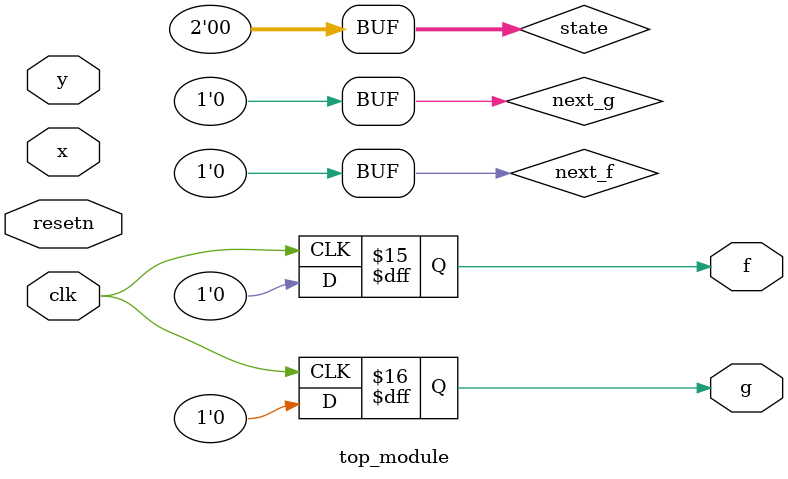
<source format=sv>
module top_module (
  input clk,
  input resetn,
  input x,
  input y,
  output f,
  output g
);

  reg [1:0] state;
  reg next_f;
  reg next_g;

  always @(posedge clk or negedge resetn) begin
    if (~resetn)
      state <= 2'b00;
    else
      state <= next_state;
  end

  always @(state or x or y) begin
    case (state)
      2'b00: begin  // state A
        next_f = 1'b0;
        next_g = 1'b0;
        if (resetn && ~x)
          state = 2'b01;
      end
      2'b01: begin  // state B
        next_f = 1'b1;
        next_g = 1'b0;
        if (resetn && ~x)
          state = 2'b10;
        else if (x)
          state = 2'b00;
      end
      2'b10: begin  // state C
        next_f = 1'b0;
        next_g = 1'b0;
        if (resetn && ~x && g)
          state = 2'b11;
        else if (~x)
          state = 2'b00;
      end
      2'b11: begin  // state D
        next_f = 1'b0;
        next_g = y ? 1'b1 : 1'b0;
        if (~y)
          state = 2'b00;
      end
      default: begin
        next_f = 1'b0;
        next_g = 1'b0;
        state = 2'b00;
      end
    endcase
  end

  always @(posedge clk) begin
    f <= next_f;
    g <= next_g;
  end

endmodule

</source>
